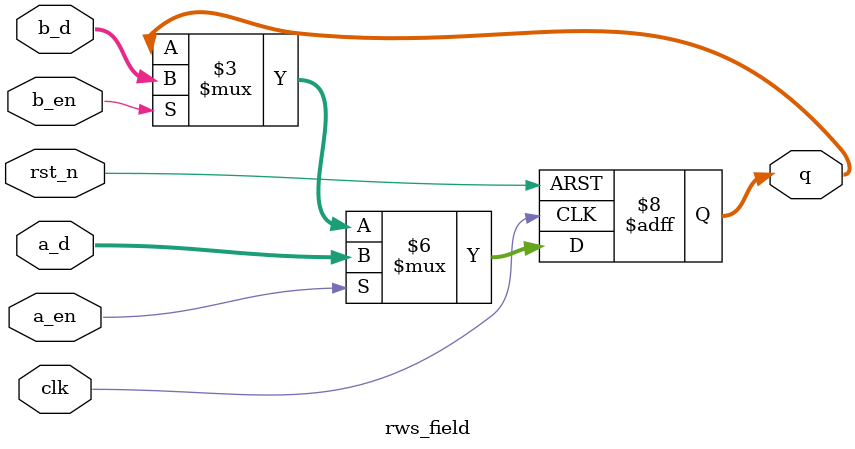
<source format=sv>
`timescale 1ns/1ps
module rws_field #(
  parameter TP        = 1              , // Time Propagation
  parameter DWIDTH    = 32             , // Data Width
  parameter RST_VALUE = {DWIDTH{1'd0}}   // Reset Value
)(
// System and Control Interface
  input                   clk   , // Clock
  input                   rst_n , // Asynchronous Reset - Active low
  input                   a_en  , // Port A Write enable
  input                   b_en  , // Port B Write enable
// Data
  input      [DWIDTH-1:0] a_d   , // Port A Input data
  input      [DWIDTH-1:0] b_d   , // Port B Input data
  output reg [DWIDTH-1:0]   q     // Output data
);

// -----------------------------------------------------------------------------
// ---------------------------------- CODE -------------------------------------
// -----------------------------------------------------------------------------

always_ff @(posedge clk or negedge rst_n)
if (~rst_n) q <= #TP RST_VALUE; else // Reset
if (a_en)   q <= #TP a_d      ; else // Set
if (b_en)   q <= #TP b_d      ;      // Set

endmodule
</source>
